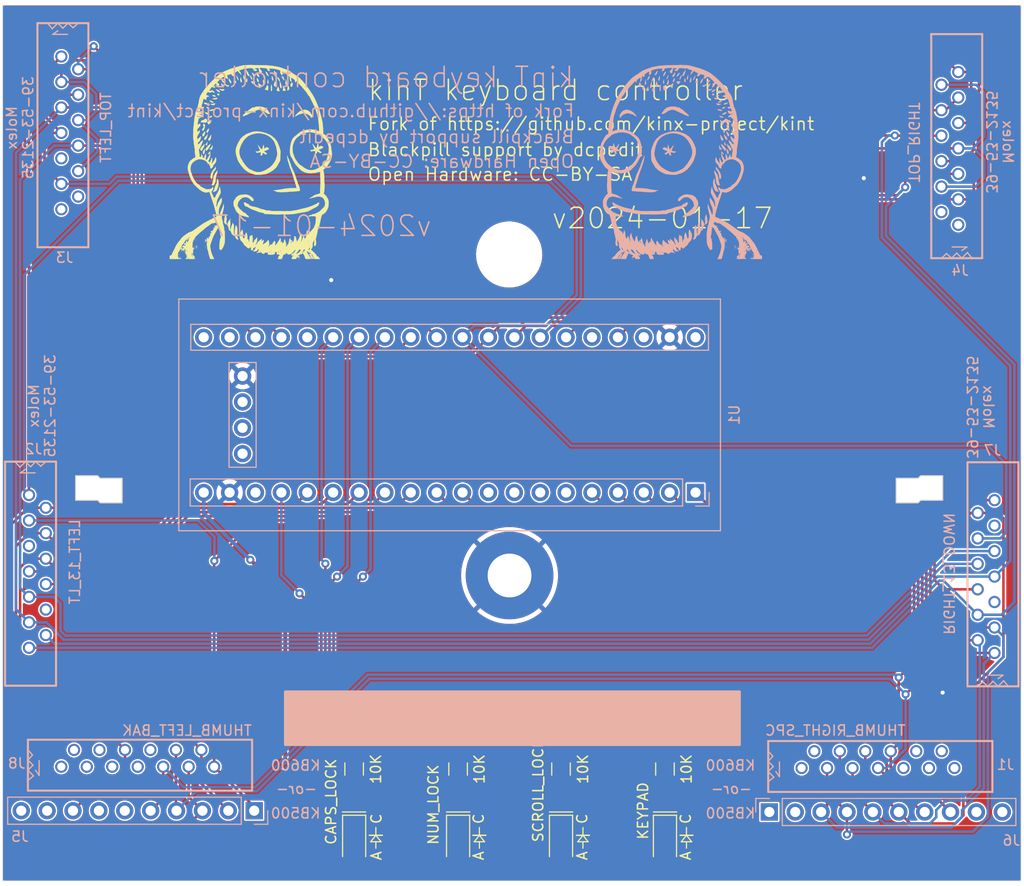
<source format=kicad_pcb>
(kicad_pcb (version 20221018) (generator pcbnew)
  (title_block (date "2021-06-26"))
  (layers (0 "F.Cu" signal) (31 "B.Cu" signal) (34 "B.Paste" user) (35 "F.Paste" user) (36 "B.SilkS" user "B.Silkscreen") (37 "F.SilkS" user "F.Silkscreen") (38 "B.Mask" user) (39 "F.Mask" user) (44 "Edge.Cuts" user))
  (net 0 "")
  (net 1 "/ROW_2")
  (net 2 "/ROW_3")
  (net 3 "/ROW_4")
  (net 4 "/ROW_5")
  (net 5 "/ROW_6")
  (net 6 "/ROW_8")
  (net 7 "/ROW_7")
  (net 8 "/ROW_9")
  (net 15 "/ROW_ESC")
  (net 16 "/ROW_F1")
  (net 17 "/ROW_F2")
  (net 21 "/ROW_1")
  (net 22 "/ROW_EQL")
  (net 24 "/3V3")
  (net 29 "/ROW_MIN")
  (net 30 "/ROW_0")
  (net 31 "GND")
  (net 32 "/COL_3")
  (net 34 "/COL_4")
  (net 35 "/COL_2")
  (net 36 "/COL_1")
  (net 38 "/COL_0")
  (net 42 "/COL_5")
  (net 47 "/COL_6")
  (net 56 "/LED_CAPS_LOCK")
  (net 57 "/LED_NUM_LOCK")
  (net 58 "/LED_SCROLL_LOCK")
  (net 59 "/LED_KEYPAD")
  (net 60 "Net-(LED1-K)")
  (net 61 "Net-(LED2-K)")
  (net 62 "Net-(LED3-K)")
  (net 63 "Net-(LED4-K)")
  (footprint "LED_SMD:LED_1206_3216Metric_Pad1.42x1.75mm_HandSolder" (layer "F.Cu") (at 133.2511 144.0036 -90)
    (fp_text reference "LED1" hide)
    (fp_text value "LEDSML1206" hide)
  )
  (footprint "LED_SMD:LED_1206_3216Metric_Pad1.42x1.75mm_HandSolder" (layer "F.Cu") (at 143.4511 144.0036 -90)
    (fp_text reference "LED2" hide)
    (fp_text value "LEDSML1206" hide)
  )
  (footprint "LED_SMD:LED_1206_3216Metric_Pad1.42x1.75mm_HandSolder" (layer "F.Cu") (at 153.5511 144.0036 -90)
    (fp_text reference "LED3" hide)
    (fp_text value "LEDSML1206" hide)
  )
  (footprint "LED_SMD:LED_1206_3216Metric_Pad1.42x1.75mm_HandSolder" (layer "F.Cu") (at 163.7511 144.0036 -90)
    (fp_text reference "LED4" hide)
    (fp_text value "LEDSML1206" hide)
  )
  (footprint "Resistor_SMD:R_1206_3216Metric_Pad1.42x1.75mm_HandSolder" (layer "F.Cu") (at 143.4511 137.0036 -90)
    (fp_text reference "R2")
    (fp_text value "10K")
  )
  (footprint "Resistor_SMD:R_1206_3216Metric_Pad1.42x1.75mm_HandSolder" (layer "F.Cu") (at 153.5511 137.0036 -90)
    (fp_text reference "R3")
    (fp_text value "10K")
  )
  (footprint "Resistor_SMD:R_1206_3216Metric_Pad1.42x1.75mm_HandSolder" (layer "F.Cu") (at 133.2511 137.0036 -90)
    (fp_text reference "R1")
    (fp_text value "10K")
  )
  (footprint "Resistor_SMD:R_1206_3216Metric_Pad1.42x1.75mm_HandSolder" (layer "F.Cu") (at 163.7511 137.0036 -90)
    (fp_text reference "R4")
    (fp_text value "10K")
  )
  (footprint "MountingHole:MountingHole_6mm" (layer "F.Cu") (at 148.463 86.487)
    (fp_text reference "H2" hide)
    (fp_text value "mounting pad")
  )
  (footprint "MountingHole:MountingHole_4.3mm_M4_Pad" (layer "F.Cu") (at 148.5011 118.0036)
    (fp_text reference "H1" hide)
    (fp_text value "mounting pad" hide)
  )
  (footprint "kinx:logo" (layer "F.Cu") (at 123.317 77.216)
    (fp_text reference "G***" hide)
    (fp_text value "LOGO" hide)
  )
  (footprint "kinx:39-53-2135" (layer "B.Cu") (at 101.346 117.602 -90)
    (fp_text reference "J2")
    (fp_text value "LEFT_13_LT")
  )
  (footprint "kinx:39-53-2135" (layer "B.Cu") (at 104.521 74.549 -90)
    (fp_text reference "J3")
    (fp_text value "TOP_LEFT")
  )
  (footprint "kinx:39-53-2135" (layer "B.Cu") (at 196.088 118.11 90)
    (fp_text reference "J7")
    (fp_text value "RIGHT_13_DOWN")
  )
  (footprint "kinx:39-53-2135" (layer "B.Cu") (at 192.532 76.073 90)
    (fp_text reference "J4")
    (fp_text value "TOP_RIGHT")
  )
  (footprint "kinx:39-53-2135" (layer "B.Cu") (at 112.014 136.779)
    (fp_text reference "J8")
    (fp_text value "THUMB_LEFT_BAK_KB600" hide)
  )
  (footprint "kinx:logo" (layer "B.Cu") (at 165.1 77.216 180)
    (fp_text reference "G***" hide)
    (fp_text value "LOGO" hide)
  )
  (footprint "kinx:39-53-2135" (layer "B.Cu") (at 184.658 136.906)
    (fp_text reference "J1")
    (fp_text value "THUMB_RIGHT_SPC_KB600" hide)
  )
  (footprint "Connector_PinHeader_2.54mm:PinHeader_1x10_P2.54mm_Vertical" (layer "B.Cu") (at 173.995 141.224 -90)
    (fp_text reference "J6")
    (fp_text value "THUMB_RIGHT_SPC")
  )
  (footprint "Connector_PinHeader_2.54mm:PinHeader_1x10_P2.54mm_Vertical" (layer "B.Cu") (at 123.444 141.097 90)
    (fp_text reference "J5")
    (fp_text value "THUMB_LEFT_BAK")
  )
  (footprint "Footprints:YAAJ_WeAct_BlackPill_SWD_2" (layer "B.Cu") (at 166.751 109.855 90)
    (fp_text reference "U1")
    (fp_text value "YAAJ_WeAct_BlackPill_Part_Like_SWD_Breakout" hide)
  )
  (gr_line (start 156.337 143.51) (end 155.702 143.51) (stroke (width 0.12)) (layer "F.SilkS"))
  (gr_line (start 155.194 144.145) (end 155.702 143.51) (stroke (width 0.12)) (layer "F.SilkS"))
  (gr_line (start 166.37 144.145) (end 165.354 144.145) (stroke (width 0.12)) (layer "F.SilkS"))
  (gr_line (start 165.227 143.51) (end 166.497 143.51) (stroke (width 0.12)) (layer "F.SilkS"))
  (gr_line (start 165.862 142.748) (end 165.862 143.51) (stroke (width 0.12)) (layer "F.SilkS"))
  (gr_line (start 165.862 144.145) (end 165.862 144.78) (stroke (width 0.12)) (layer "F.SilkS"))
  (gr_line (start 165.862 143.51) (end 166.37 144.145) (stroke (width 0.12)) (layer "F.SilkS"))
  (gr_line (start 165.354 144.145) (end 165.862 143.51) (stroke (width 0.12)) (layer "F.SilkS"))
  (gr_line (start 166.497 143.51) (end 165.862 143.51) (stroke (width 0.12)) (layer "F.SilkS"))
  (gr_line (start 165.862 143.51) (end 165.227 143.51) (stroke (width 0.12)) (layer "F.SilkS"))
  (gr_line (start 145.542 142.748) (end 145.542 143.51) (stroke (width 0.12)) (layer "F.SilkS"))
  (gr_line (start 145.542 144.145) (end 145.542 144.78) (stroke (width 0.12)) (layer "F.SilkS"))
  (gr_line (start 146.05 144.145) (end 145.034 144.145) (stroke (width 0.12)) (layer "F.SilkS"))
  (gr_line (start 145.034 144.145) (end 145.542 143.51) (stroke (width 0.12)) (layer "F.SilkS"))
  (gr_line (start 145.542 143.51) (end 146.05 144.145) (stroke (width 0.12)) (layer "F.SilkS"))
  (gr_line (start 144.907 143.51) (end 146.177 143.51) (stroke (width 0.12)) (layer "F.SilkS"))
  (gr_line (start 146.177 143.51) (end 145.542 143.51) (stroke (width 0.12)) (layer "F.SilkS"))
  (gr_line (start 145.542 143.51) (end 144.907 143.51) (stroke (width 0.12)) (layer "F.SilkS"))
  (gr_line (start 135.382 144.145) (end 135.382 144.78) (stroke (width 0.12)) (layer "F.SilkS"))
  (gr_line (start 134.874 144.145) (end 135.382 143.51) (stroke (width 0.12)) (layer "F.SilkS"))
  (gr_line (start 136.017 143.51) (end 135.382 143.51) (stroke (width 0.12)) (layer "F.SilkS"))
  (gr_line (start 134.747 143.51) (end 136.017 143.51) (stroke (width 0.12)) (layer "F.SilkS"))
  (gr_line (start 135.382 143.51) (end 135.89 144.145) (stroke (width 0.12)) (layer "F.SilkS"))
  (gr_line (start 135.382 142.748) (end 135.382 143.51) (stroke (width 0.12)) (layer "F.SilkS"))
  (gr_line (start 135.382 143.51) (end 134.747 143.51) (stroke (width 0.12)) (layer "F.SilkS"))
  (gr_line (start 135.89 144.145) (end 134.874 144.145) (stroke (width 0.12)) (layer "F.SilkS"))
  (gr_line (start 142.3161 141.224) (end 144.6021 141.224) (stroke (width 0.12)) (layer "F.SilkS"))
  (gr_line (start 132.1001 141.224) (end 134.3861 141.224) (stroke (width 0.12)) (layer "F.SilkS"))
  (gr_line (start 162.6161 141.224) (end 164.9021 141.224) (stroke (width 0.12)) (layer "F.SilkS"))
  (gr_line (start 155.702 142.748) (end 155.702 143.51) (stroke (width 0.12)) (layer "F.SilkS"))
  (gr_line (start 155.702 144.145) (end 155.702 144.78) (stroke (width 0.12)) (layer "F.SilkS"))
  (gr_line (start 155.702 143.51) (end 156.21 144.145) (stroke (width 0.12)) (layer "F.SilkS"))
  (gr_line (start 156.21 144.145) (end 155.194 144.145) (stroke (width 0.12)) (layer "F.SilkS"))
  (gr_line (start 155.067 143.51) (end 156.337 143.51) (stroke (width 0.12)) (layer "F.SilkS"))
  (gr_line (start 152.4161 141.224) (end 154.7021 141.224) (stroke (width 0.12)) (layer "F.SilkS"))
  (gr_line (start 155.702 143.51) (end 155.067 143.51) (stroke (width 0.12)) (layer "F.SilkS"))
  (gr_line (start 198.7 62.0036) (end 98.75 62.0036) (stroke (width 0.05)) (layer "Edge.Cuts"))
  (gr_line (start 105.918 108.204) (end 105.918 110.617) (stroke (width 0.1)) (layer "Edge.Cuts"))
  (gr_line (start 110.49 108.458) (end 108.331 108.458) (stroke (width 0.1)) (layer "Edge.Cuts"))
  (gr_line (start 110.49 110.871) (end 108.331 110.871) (stroke (width 0.1)) (layer "Edge.Cuts"))
  (gr_line (start 108.077 108.204) (end 105.918 108.204) (stroke (width 0.1)) (layer "Edge.Cuts"))
  (gr_line (start 105.918 110.617) (end 108.077 110.617) (stroke (width 0.1)) (layer "Edge.Cuts"))
  (gr_line (start 191.008 108.204) (end 191.008 110.617) (stroke (width 0.1)) (layer "Edge.Cuts"))
  (gr_line (start 186.436 110.871) (end 188.595 110.871) (stroke (width 0.1)) (layer "Edge.Cuts"))
  (gr_line (start 188.849 110.617) (end 188.595 110.871) (stroke (width 0.1)) (layer "Edge.Cuts"))
  (gr_line (start 188.849 108.204) (end 188.595 108.458) (stroke (width 0.1)) (layer "Edge.Cuts"))
  (gr_line (start 186.436 108.458) (end 186.436 110.871) (stroke (width 0.1)) (layer "Edge.Cuts"))
  (gr_line (start 188.849 108.204) (end 191.008 108.204) (stroke (width 0.1)) (layer "Edge.Cuts"))
  (gr_line (start 191.008 110.617) (end 188.849 110.617) (stroke (width 0.1)) (layer "Edge.Cuts"))
  (gr_line (start 186.436 108.458) (end 188.595 108.458) (stroke (width 0.1)) (layer "Edge.Cuts"))
  (gr_line (start 98.75 148.0036) (end 198.7 148.0036) (stroke (width 0.05)) (layer "Edge.Cuts"))
  (gr_line (start 198.7 148.0036) (end 198.7 62.0036) (stroke (width 0.05)) (layer "Edge.Cuts"))
  (gr_line (start 98.75 62.0036) (end 98.75 148.0036) (stroke (width 0.05)) (layer "Edge.Cuts"))
  (gr_line (start 108.077 110.617) (end 108.331 110.871) (stroke (width 0.1)) (layer "Edge.Cuts"))
  (gr_line (start 110.49 108.458) (end 110.49 110.871) (stroke (width 0.1)) (layer "Edge.Cuts"))
  (gr_line (start 108.077 108.204) (end 108.331 108.458) (stroke (width 0.1)) (layer "Edge.Cuts"))
  (gr_text "Blackpill support by dcpedit" (at 154.94 74.93) (layer "B.SilkS") (effects (font (size 1.25 1.25)) (justify left mirror)))
  (gr_text "v2024-01-17" (at 140.97 83.693) (layer "B.SilkS") (effects (font (size 2 2)) (justify left mirror)))
  (gr_text "kinT keyboard controller" (at 154.94 69.088) (layer "B.SilkS") (effects (font (size 2 2)) (justify left mirror)))
  (gr_text "Molex\n39-53-2135" (at 196.596 75.438 270) (layer "B.SilkS") (effects (font (size 1 1)) (justify mirror)))
  (gr_text "Molex\n39-53-2135" (at 194.691 101.473 270) (layer "B.SilkS") (effects (font (size 1 1)) (justify mirror)))
  (gr_text "Molex\n39-53-2135" (at 102.616 101.346 90) (layer "B.SilkS") (effects (font (size 1 1)) (justify mirror)))
  (gr_text "KB500" (at 170.18 141.351) (layer "B.SilkS") (effects (font (size 1 1)) (justify mirror)))
  (gr_text "-or-" (at 170.307 138.938) (layer "B.SilkS") (effects (font (size 1 1) (thickness 0.15) italic) (justify mirror)))
  (gr_text "KB600" (at 170.18 136.652) (layer "B.SilkS") (effects (font (size 1 1)) (justify mirror)))
  (gr_text "KB600" (at 127.508 136.652) (layer "B.SilkS") (effects (font (size 1 1)) (justify mirror)))
  (gr_text "KB500" (at 127.508 141.351) (layer "B.SilkS") (effects (font (size 1 1)) (justify mirror)))
  (gr_text "-or-" (at 127.635 138.938) (layer "B.SilkS") (effects (font (size 1 1) (thickness 0.15) italic) (justify mirror)))
  (gr_text "Open Hardware: CC-BY-SA" (at 154.94 77.343) (layer "B.SilkS") (effects (font (size 1.25 1.25)) (justify left mirror)))
  (gr_text "Fork of https://github.com/kinx-project/kint" (at 154.94 72.39) (layer "B.SilkS") (effects (font (size 1.25 1.25)) (justify left mirror)))
  (gr_text "Molex\n39-53-2135" (at 100.457 74.041 90) (layer "B.SilkS") (effects (font (size 1 1)) (justify mirror)))
  (gr_text "Blackpill support by dcpedit" (at 134.493 76.2) (layer "F.SilkS") (effects (font (size 1.25 1.25)) (justify left)))
  (gr_text "Fork of https://github.com/kinx-project/kint" (at 134.493 73.66) (layer "F.SilkS") (effects (font (size 1.25 1.25)) (justify left)))
  (gr_text "kinT keyboard controller" (at 134.493 70.358) (layer "F.SilkS") (effects (font (size 2 2)) (justify left)))
  (gr_text "Open Hardware: CC-BY-SA" (at 134.493 78.613) (layer "F.SilkS") (effects (font (size 1.25 1.25)) (justify left)))
  (gr_text "v2024-01-17" (at 152.527 82.931) (layer "F.SilkS") (effects (font (size 2 2)) (justify left)))
  (gr_text "C" (at 136.017 142.494 90) (layer "F.SilkS") (effects (font (size 1 1)) (justify left bottom)))
  (gr_text "A" (at 136.017 146.05 90) (layer "F.SilkS") (effects (font (size 1 1)) (justify left bottom)))
  (gr_text "C" (at 146.05 142.494 90) (layer "F.SilkS") (effects (font (size 1 1)) (justify left bottom)))
  (gr_text "A" (at 146.05 146.05 90) (layer "F.SilkS") (effects (font (size 1 1)) (justify left bottom)))
  (gr_text "A" (at 156.21 146.05 90) (layer "F.SilkS") (effects (font (size 1 1)) (justify left bottom)))
  (gr_text "C" (at 156.21 142.494 90) (layer "F.SilkS") (effects (font (size 1 1)) (justify left bottom)))
  (gr_text "A" (at 166.37 146.05 90) (layer "F.SilkS") (effects (font (size 1 1)) (justify left bottom)))
  (gr_text "C" (at 166.37 142.494 90) (layer "F.SilkS") (effects (font (size 1 1)) (justify left bottom)))
  (gr_text "CAPS_LOCK" (at 131.572 144.526 90) (layer "F.SilkS") (effects (font (size 1 1)) (justify left bottom)))
  (gr_text "NUM_LOCK" (at 141.605 144.526 90) (layer "F.SilkS") (effects (font (size 1 1)) (justify left bottom)))
  (gr_text "SCROLL_LOCK" (at 151.892 144.272 90) (layer "F.SilkS") (effects (font (size 1 1)) (justify left bottom)))
  (gr_text "KEYPAD" (at 162.179 144.018 90) (layer "F.SilkS") (effects (font (size 1 1)) (justify left bottom)))
  (segment (start 130.064089 110.981911) (end 128.092489 110.981911) (width 0.25) (layer "F.Cu") (net 1))
  (segment (start 116.58537 111.38383) (end 109.92104 118.04816) (width 0.25) (layer "F.Cu") (net 1))
  (segment (start 100.9825 127.0175) (end 100.469089 126.504089) (width 0.25) (layer "F.Cu") (net 1))
  (segment (start 109.92104 118.04816) (end 109.28516 118.04816) (width 0.25) (layer "F.Cu") (net 1))
  (segment (start 100.469089 126.504089) (end 100.469089 117.23877) (width 0.25) (layer "F.Cu") (net 1))
  (segment (start 105.791 131.826) (end 100.9825 127.0175) (width 0.25) (layer "F.Cu") (net 1))
  (segment (start 131.191 109.855) (end 130.064089 110.981911) (width 0.25) (layer "F.Cu") (net 1))
  (segment (start 118.264 138.457) (end 120.904 141.097) (width 0.25) (layer "F.Cu") (net 1))
  (segment (start 127.69057 111.38383) (end 116.58537 111.38383) (width 0.25) (layer "F.Cu") (net 1))
  (segment (start 128.092489 110.981911) (end 127.69057 111.38383) (width 0.25) (layer "F.Cu") (net 1))
  (segment (start 114.961 131.826) (end 118.264 135.129) (width 0.25) (layer "F.Cu") (net 1))
  (segment (start 101.355859 116.352) (end 101.648 116.352) (width 0.25) (layer "F.Cu") (net 1))
  (segment (start 114.961 131.826) (end 105.791 131.826) (width 0.25) (layer "F.Cu") (net 1))
  (segment (start 100.469089 117.23877) (end 101.355859 116.352) (width 0.25) (layer "F.Cu") (net 1))
  (segment (start 118.264 135.129) (end 118.264 138.457) (width 0.25) (layer "F.Cu") (net 1))
  (segment (start 104.69216 118.04816) (end 109.28516 118.04816) (width 0.25) (layer "F.Cu") (net 1))
  (segment (start 102.996 116.352) (end 104.69216 118.04816) (width 0.25) (layer "F.Cu") (net 1))
  (segment (start 102.996 116.352) (end 101.648 116.352) (width 0.25) (layer "F.Cu") (net 1))
  (segment (start 105.664 141.097) (end 108.077 138.684) (width 0.25) (layer "F.Cu") (net 2))
  (segment (start 108.077 138.684) (end 108.585 138.684) (width 0.25) (layer "F.Cu") (net 2))
  (segment (start 101.355859 113.852) (end 100.067169 115.14069) (width 0.25) (layer "F.Cu") (net 2))
  (segment (start 109.75456 117.64624) (end 108.92176 117.64624) (width 0.25) (layer "F.Cu") (net 2))
  (segment (start 127.524089 110.981911) (end 116.418889 110.981911) (width 0.25) (layer "F.Cu") (net 2))
  (segment (start 116.418889 110.981911) (end 109.75456 117.64624) (width 0.25) (layer "F.Cu") (net 2))
  (segment (start 105.62452 132.22792) (end 107.86292 132.22792) (width 0.25) (layer "F.Cu") (net 2))
  (segment (start 128.651 109.855) (end 127.524089 110.981911) (width 0.25) (layer "F.Cu") (net 2))
  (segment (start 107.86292 132.22792) (end 110.764 135.129) (width 0.25) (layer "F.Cu") (net 2))
  (segment (start 106.79024 117.64624) (end 108.92176 117.64624) (width 0.25) (layer "F.Cu") (net 2))
  (segment (start 101.54 113.852) (end 102.996 113.852) (width 0.25) (layer "F.Cu") (net 2))
  (segment (start 100.067169 126.670569) (end 105.62452 132.22792) (width 0.25) (layer "F.Cu") (net 2))
  (segment (start 100.067169 115.14069) (end 100.067169 126.670569) (width 0.25) (layer "F.Cu") (net 2))
  (segment (start 109.982 138.684) (end 108.585 138.684) (width 0.25) (layer "F.Cu") (net 2))
  (segment (start 102.996 113.852) (end 106.79024 117.64624) (width 0.25) (layer "F.Cu") (net 2))
  (segment (start 110.764 137.902) (end 109.982 138.684) (width 0.25) (layer "F.Cu") (net 2))
  (segment (start 110.764 135.129) (end 110.764 137.902) (width 0.25) (layer "F.Cu") (net 2))
  (segment (start 101.54 113.852) (end 101.355859 113.852) (width 0.25) (layer "F.Cu") (net 2))
  (segment (start 132.93705 111.78575) (end 133.338969 111.383831) (width 0.25) (layer "F.Cu") (net 3))
  (segment (start 123.444 140.709) (end 123.444 141.097) (width 0.25) (layer "F.Cu") (net 3))
  (segment (start 119.514 136.779) (end 123.444 140.709) (width 0.25) (layer "F.Cu") (net 3))
  (segment (start 128.190012 112.589588) (end 128.591929 112.187671) (width 0.25) (layer "F.Cu") (net 3))
  (segment (start 135.310569 111.383831) (end 135.712489 110.981911) (width 0.25) (layer "F.Cu") (net 3))
  (segment (start 135.712489 110.981911) (end 137.684089 110.981911) (width 0.25) (layer "F.Cu") (net 3))
  (segment (start 128.591929 112.187671) (end 130.56353 112.18767) (width 0.25) (layer "F.Cu") (net 3))
  (segment (start 119.514 136.779) (end 119.514 116.594) (width 0.25) (layer "F.Cu") (net 3))
  (segment (start 119.514 116.594) (end 119.533 116.575) (width 0.25) (layer "F.Cu") (net 3))
  (segment (start 137.684089 110.981911) (end 138.811 109.855) (width 0.25) (layer "F.Cu") (net 3))
  (segment (start 119.533 116.573) (end 123.516411 112.589589) (width 0.25) (layer "F.Cu") (net 3))
  (segment (start 130.56353 112.18767) (end 130.965449 111.785751) (width 0.25) (layer "F.Cu") (net 3))
  (segment (start 130.965449 111.785751) (end 132.93705 111.78575) (width 0.25) (layer "F.Cu") (net 3))
  (segment (start 123.516411 112.589589) (end 128.190012 112.589588) (width 0.25) (layer "F.Cu") (net 3))
  (segment (start 133.338969 111.383831) (end 135.310569 111.383831) (width 0.25) (layer "F.Cu") (net 3))
  (segment (start 119.533 116.573) (end 119.533 116.575) (width 0.25) (layer "F.Cu") (net 3))
  (via (at 119.533 116.575) (size 0.8) (drill 0.4) (layers "F.Cu" "B.Cu") (net 3))
  (segment (start 117.94 112.602) (end 118.874 113.536) (width 0.25) (layer "B.Cu") (net 3))
  (segment (start 119.533 114.195) (end 118.874 113.536) (width 0.25) (layer "B.Cu") (net 3))
  (segment (start 119.533 116.575) (end 119.533 114.195) (width 0.25) (layer "B.Cu") (net 3))
  (segment (start 101.346 112.602) (end 117.94 112.602) (width 0.25) (layer "B.Cu") (net 3))
  (segment (start 101.246 111.352) (end 99.665249 112.932751) (width 0.25) (layer "F.Cu") (net 4))
  (segment (start 102.996 111.352) (end 104.167 111.352) (width 0.25) (layer "F.Cu") (net 4))
  (segment (start 99.66525 126.83705) (end 101.710911 128.882711) (width 0.25) (layer "F.Cu") (net 4))
  (segment (start 99.665249 112.932751) (end 99.66525 126.83705) (width 0.25) (layer "F.Cu") (net 4))
  (segment (start 101.710911 142.223911) (end 102.87 143.383) (width 0.25) (layer "F.Cu") (net 4))
  (segment (start 104.648 110.871) (end 104.648 104.14) (width 0.25) (layer "F.Cu") (net 4))
  (segment (start 102.87 143.383) (end 116.078 143.383) (width 0.25) (layer "F.Cu") (net 4))
  (segment (start 136.917 96.509) (end 113.295 96.509) (width 0.25) (layer "F.Cu") (net 4))
  (segment (start 112.279 96.509) (end 113.295 96.509) (width 0.25) (layer "F.Cu") (net 4))
  (segment (start 104.648 104.14) (end 112.279 96.509) (width 0.25) (layer "F.Cu") (net 4))
  (segment (start 104.167 111.352) (end 104.648 110.871) (width 0.25) (layer "F.Cu") (net 4))
  (segment (start 138.811 94.615) (end 136.917 96.509) (width 0.25) (layer "F.Cu") (net 4))
  (segment (start 117.014 136.779) (end 117.014 139.747) (width 0.25) (layer "F.Cu") (net 4))
  (segment (start 101.710911 128.882711) (end 101.710911 142.223911) (width 0.25) (layer "F.Cu") (net 4))
  (segment (start 116.078 143.383) (end 118.364 141.097) (width 0.25) (layer "F.Cu") (net 4))
  (segment (start 117.014 139.747) (end 118.364 141.097) (width 0.25) (layer "F.Cu") (net 4))
  (segment (start 102.996 111.352) (end 101.246 111.352) (width 0.25) (layer "F.Cu") (net 4))
  (segment (start 164.67199 112.58959) (end 164.270071 112.187671) (width 0.25) (layer "F.Cu") (net 5))
  (segment (start 179.658 136.906) (end 179.658 140.641) (width 0.25) (layer "F.Cu") (net 5))
  (segment (start 159.92495 111.78575) (end 159.523031 111.383831) (width 0.25) (layer "F.Cu") (net 5))
  (segment (start 162.29847 112.18767) (end 161.896551 111.785751) (width 0.25) (layer "F.Cu") (net 5))
  (segment (start 157.551431 111.383831) (end 157.149511 110.981911) (width 0.25) (layer "F.Cu") (net 5))
  (segment (start 159.523031 111.383831) (end 157.551431 111.383831) (width 0.25) (layer "F.Cu") (net 5))
  (segment (start 157.149511 110.981911) (end 145.017911 110.981911) (width 0.25) (layer "F.Cu") (net 5))
  (segment (start 161.896551 111.785751) (end 159.92495 111.78575) (width 0.25) (layer "F.Cu") (net 5))
  (segment (start 182.698681 113.610681) (end 167.664675 113.610675) (width 0.25) (layer "F.Cu") (net 5))
  (segment (start 164.270071 112.187671) (end 162.29847 112.18767) (width 0.25) (layer "F.Cu") (net 5))
  (segment (start 191.904 125.61) (end 188.99692 122.70292) (width 0.25) (layer "F.Cu") (net 5))
  (segment (start 179.658 140.641) (end 179.075 141.224) (width 0.25) (layer "F.Cu") (net 5))
  (segment (start 145.017911 110.981911) (end 143.891 109.855) (width 0.25) (layer "F.Cu") (net 5))
  (segment (start 166.643591 112.589591) (end 164.67199 112.58959) (width 0.25) (layer "F.Cu") (net 5))
  (segment (start 167.664675 113.610675) (end 166.643591 112.589591) (width 0.25) (layer "F.Cu") (net 5))
  (segment (start 185.553081 113.610681) (end 182.698681 113.610681) (width 0.25) (layer "F.Cu") (net 5))
  (segment (start 188.99692 122.70292) (end 188.99692 117.05452) (width 0.25) (layer "F.Cu") (net 5))
  (segment (start 188.99692 117.05452) (end 185.553081 113.610681) (width 0.25) (layer "F.Cu") (net 5))
  (segment (start 196.088 125.61) (end 191.904 125.61) (width 0.25) (layer "F.Cu") (net 5))
  (segment (start 180.60383 142.75283) (end 179.075 141.224) (width 0.25) (layer "B.Cu") (net 5))
  (segment (start 192.901911 141.043395) (end 192.901911 141.690783) (width 0.25) (layer "B.Cu") (net 5))
  (segment (start 196.088 125.61) (end 195.039991 126.658009) (width 0.25) (layer "B.Cu") (net 5))
  (segment (start 192.901911 141.690783) (end 191.839864 142.75283) (width 0.25) (layer "B.Cu") (net 5))
  (segment (start 191.839864 142.75283) (end 180.60383 142.75283) (width 0.25) (layer "B.Cu") (net 5))
  (segment (start 195.039991 126.658009) (end 195.039991 138.905315) (width 0.25) (layer "B.Cu") (net 5))
  (segment (start 195.039991 138.905315) (end 192.901911 141.043395) (width 0.25) (layer "B.Cu") (net 5))
  (segment (start 167.831156 113.208756) (end 166.810071 112.187671) (width 0.25) (layer "F.Cu") (net 6))
  (segment (start 164.83847 112.18767) (end 164.436551 111.785751) (width 0.25) (layer "F.Cu") (net 6))
  (segment (start 160.091431 111.383831) (end 159.689511 110.981911) (width 0.25) (layer "F.Cu") (net 6))
  (segment (start 185.719559 113.208759) (end 183.463241 113.208759) (width 0.25) (layer "F.Cu") (net 6))
  (segment (start 189.39884 116.88804) (end 185.719559 113.208759) (width 0.25) (layer "F.Cu") (net 6))
  (segment (start 191.2224 124.36) (end 189.39884 122.53644) (width 0.25) (layer "F.Cu") (net 6))
  (segment (start 183.463241 113.208759) (end 167.831156 113.208756) (width 0.25) (layer "F.Cu") (net 6))
  (segment (start 182.158 136.906) (end 182.158 139.227) (width 0.25) (layer "F.Cu") (net 6))
  (segment (start 162.063031 111.383831) (end 160.091431 111.383831) (width 0.25) (layer "F.Cu") (net 6))
  (segment (start 162.464951 111.785751) (end 162.063031 111.383831) (width 0.25) (layer "F.Cu") (net 6))
  (segment (start 157.717911 110.981911) (end 156.591 109.855) (width 0.25) (layer "F.Cu") (net 6))
  (segment (start 189.39884 122.53644) (end 189.39884 116.88804) (width 0.25) (layer "F.Cu") (net 6))
  (segment (start 194.438 124.36) (end 191.2224 124.36) (width 0.25) (layer "F.Cu") (net 6))
  (segment (start 159.689511 110.981911) (end 157.717911 110.981911) (width 0.25) (layer "F.Cu") (net 6))
  (segment (start 166.810071 112.187671) (end 164.83847 112.18767) (width 0.25) (layer "F.Cu") (net 6))
  (segment (start 182.158 139.227) (end 184.155 141.224) (width 0.25) (layer "F.Cu") (net 6))
  (segment (start 164.436551 111.785751) (end 162.464951 111.785751) (width 0.25) (layer "F.Cu") (net 6))
  (segment (start 185.281911 142.350911) (end 189.754089 142.350911) (width 0.25) (layer "B.Cu") (net 6))
  (segment (start 189.754089 142.350911) (end 190.373 141.732) (width 0.25) (layer "B.Cu") (net 6))
  (segment (start 190.373 141.032306) (end 191.308217 140.097089) (width 0.25) (layer "B.Cu") (net 6))
  (segment (start 194.638071 124.560071) (end 194.438 124.36) (width 0.25) (layer "B.Cu") (net 6))
  (segment (start 193.279817 140.097089) (end 194.638071 138.738835) (width 0.25) (layer "B.Cu") (net 6))
  (segment (start 184.155 141.224) (end 185.281911 142.350911) (width 0.25) (layer "B.Cu") (net 6))
  (segment (start 191.308217 140.097089) (end 193.279817 140.097089) (width 0.25) (layer "B.Cu") (net 6))
  (segment (start 190.373 141.732) (end 190.373 141.032306) (width 0.25) (layer "B.Cu") (net 6))
  (segment (start 194.638071 138.738835) (end 194.638071 124.560071) (width 0.25) (layer "B.Cu") (net 6))
  (segment (start 189.80076 122.36996) (end 189.800759 116.721559) (width 0.25) (layer "F.Cu") (net 7))
  (segment (start 160.257911 110.981911) (end 159.131 109.855) (width 0.25) (layer "F.Cu") (net 7))
  (segment (start 196.088 123.11) (end 190.5408 123.11) (width 0.25) (layer "F.Cu") (net 7))
  (segment (start 180.908 140.517) (end 181.615 141.224) (width 0.25) (layer "F.Cu") (net 7))
  (segment (start 189.800759 116.721559) (end 185.88604 112.80684) (width 0.25) (layer "F.Cu") (net 7))
  (segment (start 181.61 143.42973) (end 181.61 141.229) (width 0.25) (layer "F.Cu") (net 7))
  (segment (start 190.5408 123.11) (end 189.80076 122.36996) (width 0.25) (layer "F.Cu") (net 7))
  (segment (start 166.976551 111.785751) (end 165.004951 111.785751) (width 0.25) (layer "F.Cu") (net 7))
  (segment (start 162.229511 110.981911) (end 160.257911 110.981911) (width 0.25) (layer "F.Cu") (net 7))
  (segment (start 183.86516 112.80684) (end 167.997637 112.806837) (width 0.25) (layer "F.Cu") (net 7))
  (segment (start 185.88604 112.80684) (end 183.86516 112.80684) (width 0.25) (layer "F.Cu") (net 7))
  (segment (start 180.908 135.256) (end 180.908 140.517) (width 0.25) (layer "F.Cu") (net 7))
  (segment (start 164.603031 111.383831) (end 162.631431 111.383831) (width 0.25) (layer "F.Cu") (net 7))
  (segment (start 162.631431 111.383831) (end 162.229511 110.981911) (width 0.25) (layer "F.Cu") (net 7))
  (segment (start 181.61 141.229) (end 181.615 141.224) (width 0.25) (layer "F.Cu") (net 7))
  (segment (start 165.004951 111.785751) (end 164.603031 111.383831) (width 0.25) (layer "F.Cu") (net 7))
  (segment (start 167.997637 112.806837) (end 166.976551 111.785751) (width 0.25) (layer "F.Cu") (net 7))
  (via (at 181.61 143.42973) (size 0.8) (drill 0.4) (layers "F.Cu" "B.Cu") (net 7))
  (segment (start 195.441911 127.519089) (end 196.964911 125.996089) (width 0.25) (layer "B.Cu") (net 7))
  (segment (start 193.977945 143.154749) (end 195.441911 141.690783) (width 0.25) (layer "B.Cu") (net 7))
  (segment (start 195.441911 141.690783) (end 195.441911 127.519089) (width 0.25) (layer "B.Cu") (net 7))
  (segment (start 196.964911 123.986911) (end 196.088 123.11) (width 0.25) (layer "B.Cu") (net 7))
  (segment (start 181.61 143.42973) (end 181.884981 143.154749) (width 0.25) (layer "B.Cu") (net 7))
  (segment (start 196.964911 125.996089) (end 196.964911 123.986911) (width 0.25) (layer "B.Cu") (net 7))
  (segment (start 181.884981 143.154749) (end 193.977945 143.154749) (width 0.25) (layer "B.Cu") (net 7))
  (segment (start 196.6595 112.0775) (end 196.442 111.86) (width 0.25) (layer "F.Cu") (net 8))
  (segment (start 196.6595 112.0775) (end 196.964911 112.382911) (width 0.25) (layer "F.Cu") (net 8))
  (segment (start 167.309511 110.981911) (end 165.337911 110.981911) (width 0.25) (layer "F.Cu") (net 8))
  (segment (start 196.964911 125.996089) (end 193.034911 129.926089) (width 0.25) (layer "F.Cu") (net 8))
  (segment (start 168.330599 112.002999) (end 167.309511 110.981911) (width 0.25) (layer "F.Cu") (net 8))
  (segment (start 183.408 135.256) (end 183.408 137.937) (width 0.25) (layer "F.Cu") (net 8))
  (segment (start 193.034911 129.926089) (end 193.034911 141.557783) (width 0.25) (layer "F.Cu") (net 8))
  (segment (start 189.278 115.062) (end 186.219 112.003) (width 0.25) (layer "F.Cu") (net 8))
  (segment (start 165.337911 110.981911) (end 164.211 109.855) (width 0.25) (layer "F.Cu") (net 8))
  (segment (start 194.438 111.86) (end 193.766259 111.86) (width 0.25) (layer "F.Cu") (net 8))
  (segment (start 196.442 111.86) (end 195.861 111.86) (width 0.25) (layer "F.Cu") (net 8))
  (segment (start 183.408 137.937) (end 186.695 141.224) (width 0.25) (layer "F.Cu") (net 8))
  (segment (start 186.219 112.003) (end 168.330599 112.002999) (width 0.25) (layer "F.Cu") (net 8))
  (segment (start 190.564259 115.062) (end 189.278 115.062) (width 0.25) (layer "F.Cu") (net 8))
  (segment (start 186.695 141.224) (end 187.821911 142.350911) (width 0.25) (layer "F.Cu") (net 8))
  (segment (start 196.964911 112.382911) (end 196.964911 125.996089) (width 0.25) (layer "F.Cu") (net 8))
  (segment (start 187.821911 142.350911) (end 192.241783 142.350911) (width 0.25) (layer "F.Cu") (net 8))
  (segment (start 192.241783 142.350911) (end 192.632847 141.959847) (width 0.25) (layer "F.Cu") (net 8))
  (segment (start 193.034911 141.557783) (end 192.632847 141.959847) (width 0.25) (layer "F.Cu") (net 8))
  (segment (start 193.766259 111.86) (end 190.564259 115.062) (width 0.25) (layer "F.Cu") (net 8))
  (segment (start 195.861 111.86) (end 194.438 111.86) (width 0.25) (layer "F.Cu") (net 8))
  (segment (start 107.696 66.04) (end 108.675679 67.019679) (width 0.25) (layer "F.Cu") (net 15))
  (segment (start 125.150569 93.086169) (end 125.5494 93.485) (width 0.25) (layer "F.Cu") (net 15))
  (segment (start 112.41592 72.85852) (end 112.41592 88.53992) (width 0.25) (layer "F.Cu") (net 15))
  (segment (start 120.85596 90.76316) (end 121.7264 91.6336) (width 0.25) (layer "F.Cu") (net 15))
  (segment (start 112.41592 88.53992) (end 114.63916 90.76316) (width 0.25) (layer "F.Cu") (net 15))
  (segment (start 140.221 93.485) (end 141.351 94.615) (width 0.25) (layer "F.Cu") (net 15))
  (segment (start 125.5494 93.485) (end 140.221 93.485) (width 0.25) (layer "F.Cu") (net 15))
  (segment (start 193.003679 67.019679) (end 194.564 68.58) (width 0.25) (layer "F.Cu") (net 15))
  (segment (start 106.171 68.299) (end 107.8564 68.299) (width 0.25) (layer "F.Cu") (net 15))
  (segment (start 123.178969 93.086169) (end 125.150569 93.086169) (width 0.25) (layer "F.Cu") (net 15))
  (segment (start 194.564 73.279) (end 194.27 73.573) (width 0.25) (layer "F.Cu") (net 15))
  (segment (start 108.675679 67.019679) (end 193.003679 67.019679) (width 0.25) (layer "F.Cu") (net 15))
  (segment (start 194.27 73.573) (end 192.532 73.573) (width 0.25) (layer "F.Cu") (net 15))
  (segment (start 121.7264 91.6336) (end 123.178969 93.086169) (width 0.25) (layer "F.Cu") (net 15))
  (segment (start 107.8564 68.299) (end 112.41592 72.85852) (width 0.25) (layer "F.Cu") (net 15))
  (segment (start 194.564 68.58) (end 194.564 73.279) (width 0.25) (layer "F.Cu") (net 15))
  (segment (start 114.63916 90.76316) (end 120.85596 90.76316) (width 0.25) (layer "F.Cu") (net 15))
  (via (at 107.696 66.04) (size 0.8) (drill 0.4) (layers "F.Cu" "B.Cu") (net 15))
  (segment (start 107.696 66.04) (end 106.172 67.564) (width 0.25) (layer "B.Cu") (net 15))
  (segment (start 106.172 68.298) (end 106.171 68.299) (width 0.25) (layer "B.Cu") (net 15))
  (segment (start 106.172 67.564) (end 106.172 68.298) (width 0.25) (layer "B.Cu") (net 15))
  (segment (start 191.262 73.279) (end 192.405 72.136) (width 0.25) (layer "F.Cu") (net 16))
  (segment (start 192.532 68.573) (end 191.380599 67.421599) (width 0.25) (layer "F.Cu") (net 16))
  (segment (start 104.521 68.650446) (end 104.521 69.549) (width 0.25) (layer "F.Cu") (net 16))
  (segment (start 192.405 72.136) (end 193.294 72.136) (width 0.25) (layer "F.Cu") (net 16))
  (segment (start 193.802 68.961) (end 193.414 68.573) (width 0.25) (layer "F.Cu") (net 16))
  (segment (start 194.056 75.311) (end 193.548 74.803) (width 0.25) (layer "F.Cu") (net 16))
  (segment (start 162.063 91.683) (end 172.786921 91.682999) (width 0.25) (layer "F.Cu") (net 16))
  (segment (start 194.056 80.645) (end 194.056 78.486) (width 0.25) (layer "F.Cu") (net 16))
  (segment (start 193.294 72.136) (end 193.802 71.628) (width 0.25) (layer "F.Cu") (net 16))
  (segment (start 192.893 77.323) (end 190.882 77.323) (width 0.25) (layer "F.Cu") (net 16))
  (segment (start 194.056 78.486) (end 192.893 77.323) (width 0.25) (layer "F.Cu") (net 16))
  (segment (start 194.056 76.2) (end 194.056 75.311) (width 0.25) (layer "F.Cu") (net 16))
  (segment (start 192.893 77.323) (end 192.933 77.323) (width 0.25) (layer "F.Cu") (net 16))
  (segment (start 193.802 71.628) (end 193.802 68.961) (width 0.25) (layer "F.Cu") (net 16))
  (segment (start 191.262 73.787) (end 191.262 73.279) (width 0.25) (layer "F.Cu") (net 16))
  (segment (start 191.380599 67.421599) (end 105.749847 67.421599) (width 0.25) (layer "F.Cu") (net 16))
  (segment (start 180.166 81.073) (end 192.532 81.073) (width 0.25) (layer "F.Cu") (net 16))
  (segment (start 178.816 82.423) (end 180.166 81.073) (width 0.25) (layer "F.Cu") (net 16))
  (segment (start 178.816 85.65392) (end 176.49446 87.97546) (width 0.25) (layer "F.Cu") (net 16))
  (segment (start 192.933 77.323) (end 194.056 76.2) (width 0.25) (layer "F.Cu") (net 16))
  (segment (start 192.278 74.803) (end 191.262 73.787) (width 0.25) (layer "F.Cu") (net 16))
  (segment (start 193.628 81.073) (end 194.056 80.645) (width 0.25) (layer "F.Cu") (net 16))
  (segment (start 178.816 82.423) (end 178.816 85.65392) (width 0.25) (layer "F.Cu") (net 16))
  (segment (start 192.532 81.073) (end 193.628 81.073) (width 0.25) (layer "F.Cu") (net 16))
  (segment (start 159.131 94.615) (end 162.063 91.683) (width 0.25) (layer "F.Cu") (net 16))
  (segment (start 105.749847 67.421599) (end 104.521 68.650446) (width 0.25) (layer "F.Cu") (net 16))
  (segment (start 193.414 68.573) (end 192.532 68.573) (width 0.25) (layer "F.Cu") (net 16))
  (segment (start 193.548 74.803) (end 192.278 74.803) (width 0.25) (layer "F.Cu") (net 16))
  (segment (start 172.786921 91.682999) (end 176.49446 87.97546) (width 0.25) (layer "F.Cu") (net 16))
  (segment (start 107.95 72.39) (end 107.041 73.299) (width 0.25) (layer "B.Cu") (net 16))
  (segment (start 108.077 76.393) (end 106.171 78.299) (width 0.25) (layer "B.Cu") (net 16))
  (segment (start 106.76 69.549) (end 107.95 70.739) (width 0.25) (layer "B.Cu") (net 16))
  (segment (start 107.041 73.299) (end 106.171 73.299) (width 0.25) (layer "B.Cu") (net 16))
  (segment (start 104.521 69.549) (end 106.76 69.549) (width 0.25) (layer "B.Cu") (net 16))
  (segment (start 106.171 73.299) (end 108.077 75.205) (width 0.25) (layer "B.Cu") (net 16))
  (segment (start 107.95 70.739) (end 107.95 72.39) (width 0.25) (layer "B.Cu") (net 16))
  (segment (start 108.077 75.205) (end 108.077 76.393) (width 0.25) (layer "B.Cu") (net 16))
  (segment (start 155.011431 93.086169) (end 154.609511 93.488089) (width 0.25) (layer "F.Cu") (net 17))
  (segment (start 103.632 74.549) (end 102.87 75.311) (width 0.25) (layer "F.Cu") (net 17))
  (segment (start 192.532 76.073) (end 184.0292 76.073) (width 0.25) (layer "F.Cu") (net 17))
  (segment (start 172.453962 90.879158) (end 170.22684 90.87916) (width 0.25) (layer "F.Cu") (net 17))
  (segment (start 102.87 75.311) (end 102.87 77.898) (width 0.25) (layer "F.Cu") (net 17))
  (segment (start 103.826 70.799) (end 102.743 71.882) (width 0.25) (layer "F.Cu") (net 17))
  (segment (start 102.87 77.898) (end 104.521 79.549) (width 0.25) (layer "F.Cu") (net 17))
  (segment (start 102.743 72.771) (end 104.521 74.549) (width 0.25) (layer "F.Cu") (net 17))
  (segment (start 178.01216 82.09004) (end 178.01216 85.32096) (width 0.25) (layer "F.Cu") (net 17))
  (segment (start 161.73004 90.87916) (end 159.523031 93.086169) (width 0.25) (layer "F.Cu") (net 17))
  (segment (start 178.01216 85.32096) (end 175.35456 87.97856) (width 0.25) (layer "F.Cu") (net 17))
  (segment (start 102.743 71.882) (end 102.743 72.771) (width 0.25) (layer "F.Cu") (net 17))
  (segment (start 170.22684 90.87916) (end 161.73004 90.87916) (width 0.25) (layer "F.Cu") (net 17))
  (segment (start 159.523031 93.086169) (end 155.011431 93.086169) (width 0.25) (layer "F.Cu") (net 17))
  (segment (start 106.171 70.799) (end 103.826 70.799) (width 0.25) (layer "F.Cu") (net 17))
  (segment (start 104.521 74.549) (end 103.632 74.549) (width 0.25) (layer "F.Cu") (net 17))
  (segment (start 184.0292 76.073) (end 178.01216 82.09004) (width 0.25) (layer "F.Cu") (net 17))
  (segment (start 175.35456 87.97856) (end 172.453962 90.879158) (width 0.25) (layer "F.Cu") (net 17))
  (segment (start 152.637911 93.488089) (end 151.511 94.615) (width 0.25) (layer "F.Cu") (net 17))
  (segment (start 154.609511 93.488089) (end 152.637911 93.488089) (width 0.25) (layer "F.Cu") (net 17))
  (segment (start 194.283 69.823) (end 190.882 69.823) (width 0.25) (layer "B.Cu") (net 17))
  (segment (start 151.511 94.615) (end 155.494919 90.631081) (width 0.25) (layer "B.Cu") (net 17))
  (segment (start 194.056 76.073) (end 192.532 76.073) (width 0.25) (layer "B.Cu") (net 17))
  (segment (start 155.494919 81.774519) (end 152.566481 78.846081) (width 0.25) (layer "B.Cu") (net 17))
  (segment (start 109.942519 78.846081) (end 109.2396 79.549) (width 0.25) (layer "B.Cu") (net 17))
  (segment (start 155.494919 90.631081) (end 155.494919 81.774519) (width 0.25) (layer "B.Cu") (net 17))
  (segment (start 190.882 79.823) (end 194.243 79.823) (width 0.25) (layer "B.Cu") (net 17))
  (segment (start 152.566481 78.846081) (end 109.942519 78.846081) (width 0.25) (layer "B.Cu") (net 17))
  (segment (start 195.072 77.089) (end 194.056 76.073) (width 0.25) (layer "B.Cu") (net 17))
  (segment (start 195.072 78.994) (end 195.072 77.089) (width 0.25) (layer "B.Cu") (net 17))
  (segment (start 194.056 75.946) (end 195.072 74.93) (width 0.25) (layer "B.Cu") (net 17))
  (segment (start 195.072 74.93) (end 195.072 70.612) (width 0.25) (layer "B.Cu") (net 17))
  (segment (start 194.056 76.073) (end 194.056 75.946) (width 0.25) (layer "B.Cu") (net 17))
  (segment (start 195.072 70.612) (end 194.283 69.823) (width 0.25) (layer "B.Cu") (net 17))
  (segment (start 194.243 79.823) (end 195.072 78.994) (width 0.25) (layer "B.Cu") (net 17))
  (segment (start 109.2396 79.549) (end 104.521 79.549) (width 0.25) (layer "B.Cu") (net 17))
  (segment (start 116.75185 111.78575) (end 127.857051 111.785749) (width 0.25) (layer "F.Cu") (net 21))
  (segment (start 110.087521 118.450079) (end 116.75185 111.78575) (width 0.25) (layer "F.Cu") (net 21))
  (segment (start 104.525679 118.450079) (end 110.087521 118.450079) (width 0.25) (layer "F.Cu") (net 21))
  (segment (start 101.346 117.602) (end 103.6776 117.602) (width 0.25) (layer "F.Cu") (net 21))
  (segment (start 128.258969 111.383831) (end 130.23057 111.38383) (width 0.25) (layer "F.Cu") (net 21))
  (segment (start 103.6776 117.602) (end 104.525679 118.450079) (width 0.25) (layer "F.Cu") (net 21))
  (segment (start 127.857051 111.785749) (end 128.258969 111.383831) (width 0.25) (layer "F.Cu") (net 21))
  (segment (start 130.632489 110.981911) (end 132.604089 110.981911) (width 0.25) (layer "F.Cu") (net 21))
  (segment (start 130.23057 111.38383) (end 130.632489 110.981911) (width 0.25) (layer "F.Cu") (net 21))
  (segment (start 132.604089 110.981911) (end 133.731 109.855) (width 0.25) (layer "F.Cu") (net 21))
  (segment (start 102.996 118.852) (end 109.24 118.852) (width 0.25) (layer "F.Cu") (net 22))
  (segment (start 130.798969 111.383831) (end 130.39705 111.78575) (width 0.25) (layer "F.Cu") (net 22))
  (segment (start 135.144089 110.981911) (end 133.172489 110.981911) (width 0.25) (layer "F.Cu") (net 22))
  (segment (start 128.023532 112.187668) (end 116.918331 112.187669) (width 0.25) (layer "F.Cu") (net 22))
  (segment (start 116.918331 112.187669) (end 110.254 118.852) (width 0.25) (layer "F.Cu") (net 22))
  (segment (start 130.39705 111.78575) (end 128.425449 111.785751) (width 0.25) (layer "F.Cu") (net 22))
  (segment (start 132.77057 111.38383) (end 130.798969 111.383831) (width 0.25) (layer "F.Cu") (net 22))
  (segment (start 136.271 109.855) (end 135.144089 110.981911) (width 0.25) (layer "F.Cu") (net 22))
  (segment (start 110.254 118.852) (end 109.24 118.852) (width 0.25) (layer "F.Cu") (net 22))
  (segment (start 128.425449 111.785751) (end 128.023532 112.187668) (width 0.25) (layer "F.Cu") (net 22))
  (segment (start 133.172489 110.981911) (end 132.77057 111.38383) (width 0.25) (layer "F.Cu") (net 22))
  (segment (start 123.063 116.459) (end 126.492 119.888) (width 0.375) (layer "F.Cu") (net 24))
  (segment (start 126.492 119.888) (end 126.492 121.412) (width 0.375) (layer "F.Cu") (net 24))
  (segment (start 128.9811 145.4911) (end 133.2511 145.4911) (width 0.375) (layer "F.Cu") (net 24))
  (segment (start 143.4511 145.4911) (end 153.5511 145.4911) (width 0.375) (layer "F.Cu") (net 24))
  (segment (start 153.5511 145.4911) (end 163.7511 145.4911) (width 0.375) (layer "F.Cu") (net 24))
  (segment (start 133.2511 145.4911) (end 143.4511 145.4911) (width 0.375) (layer "F.Cu") (net 24))
  (segment (start 126.492 143.002) (end 128.9811 145.4911) (width 0.375) (layer "F.Cu") (net 24))
  (segment (start 126.492 121.412) (end 126.492 143.002) (width 0.375) (layer "F.Cu") (net 24))
  (via (at 123.063 116.459) (size 0.8) (drill 0.4) (layers "F.Cu" "B.Cu") (net 24))
  (segment (start 118.491 111.887) (end 123.063 116.459) (width 0.375) (layer "B.Cu") (net 24))
  (segment (start 118.491 109.855) (end 118.491 111.887) (width 0.375) (layer "B.Cu") (net 24))
  (segment (start 186.052521 112.404921) (end 183.524921 112.404921) (width 0.25) (layer "F.Cu") (net 29))
  (segment (start 168.164118 112.404918) (end 167.143031 111.383831) (width 0.25) (layer "F.Cu") (net 29))
  (segment (start 162.797911 110.981911) (end 161.671 109.855) (width 0.25) (layer "F.Cu") (net 29))
  (segment (start 190.202679 118.447679) (end 190.202678 116.555078) (width 0.25) (layer "F.Cu") (net 29))
  (segment (start 164.769511 110.981911) (end 162.797911 110.981911) (width 0.25) (layer "F.Cu") (net 29))
  (segment (start 167.143031 111.383831) (end 165.171431 111.383831) (width 0.25) (layer "F.Cu") (net 29))
  (segment (start 191.115 119.36) (end 190.202679 118.447679) (width 0.25) (layer "F.Cu") (net 29))
  (segment (start 183.524921 112.404921) (end 168.164118 112.404918) (width 0.25) (layer "F.Cu") (net 29))
  (segment (start 190.202678 116.555078) (end 186.052521 112.404921) (width 0.25) (layer "F.Cu") (net 29))
  (segment (start 165.171431 111.383831) (end 164.769511 110.981911) (width 0.25) (layer "F.Cu") (net 29))
  (segment (start 194.438 119.36) (end 191.115 119.36) (width 0.25) (layer "F.Cu") (net 29))
  (segment (start 186.38548 111.60108) (end 168.49708 111.60108) (width 0.25) (layer "F.Cu") (net 30))
  (segment (start 196.088 110.61) (end 194.43 110.61) (width 0.25) (layer "F.Cu") (net 30))
  (segment (start 194.43 110.627859) (end 190.397779 114.66008) (width 0.25) (layer "F.Cu") (net 30))
  (segment (start 168.49708 111.60108) (end 166.751 109.855) (width 0.25) (layer "F.Cu") (net 30))
  (segment (start 189.44448 114.66008) (end 186.38548 111.60108) (width 0.25) (layer "F.Cu") (net 30))
  (segment (start 190.397779 114.66008) (end 189.44448 114.66008) (width 0.25) (layer "F.Cu") (net 30))
  (segment (start 194.43 110.61) (end 194.43 110.627859) (width 0.25) (layer "F.Cu") (net 30))
  (via (at 191 129.5) (size 0.8) (drill 0.4) (layers "F.Cu" "B.Cu") (net 31))
  (via (at 131 89) (size 0.8) (drill 0.4) (layers "F.Cu" "B.Cu") (net 31))
  (via (at 183.261 78.994) (size 0.8) (drill 0.4) (layers "F.Cu" "B.Cu") (net 31))
  (segment (start 152.471431 93.086169) (end 152.069511 93.488089) (width 0.25) (layer "F.Cu") (net 32))
  (segment (start 186.329 74.823) (end 186.309 74.803) (width 0.25) (layer "F.Cu") (net 32))
  (segment (start 152.069511 93.488089) (end 150.097911 93.488089) (width 0.25) (layer "F.Cu") (net 32))
  (segment (start 177.61024 81.92356) (end 177.61024 85.15448) (width 0.25) (layer "F.Cu") (net 32))
  (segment (start 159.35655 92.68425) (end 154.84495 92.68425) (width 0.25) (layer "F.Cu") (net 32))
  (segment (start 186.309 74.803) (end 184.7308 74.803) (width 0.25) (layer "F.Cu") (net 32))
  (segment (start 161.56356 90.47724) (end 159.35655 92.68425) (width 0.25) (layer "F.Cu") (net 32))
  (segment (start 172.287481 90.477239) (end 171.36324 90.47724) (width 0.25) (layer "F.Cu") (net 32))
  (segment (start 184.7308 74.803) (end 177.61024 81.92356) (width 0.25) (layer "F.Cu") (net 32))
  (segment (start 150.097911 93.488089) (end 148.971 94.615) (width 0.25) (layer "F.Cu") (net 32))
  (segment (start 190.882 74.823) (end 186.329 74.823) (width 0.25) (layer "F.Cu") (net 32))
  (segment (start 154.84495 92.68425) (end 154.443031 93.086169) (width 0.25) (layer "F.Cu") (net 32))
  (segment (start 171.36324 90.47724) (end 161.56356 90.47724) (width 0.25) (layer "F.Cu") (net 32))
  (segment (start 154.443031 93.086169) (end 152.471431 93.086169) (width 0.25) (layer "F.Cu") (net 32))
  (segment (start 177.61024 85.15448) (end 175.19736 87.56736) (width 0.25) (layer "F.Cu") (net 32))
  (segment (start 175.19736 87.56736) (end 172.287481 90.477239) (width 0.25) (layer "F.Cu") (net 32))
  (via (at 186.309 74.803) (size 0.8) (drill 0.4) (layers "F.Cu" "B.Cu") (net 32))
  (segment (start 185.039 75.438) (end 185.039 84.836) (width 0.25) (layer "B.Cu") (net 32))
  (segment (start 197.63292 116.56508) (end 196.088 118.11) (width 0.25) (layer "B.Cu") (net 32))
  (segment (start 103.84408 124.70008) (end 183.90372 124.70008) (width 0.25) (layer "B.Cu") (net 32))
  (segment (start 185.674 74.803) (end 185.039 75.438) (width 0.25) (layer "B.Cu") (net 32))
  (segment (start 186.309 74.803) (end 185.674 74.803) (width 0.25) (layer "B.Cu") (net 32))
  (segment (start 102.996 123.852) (end 103.84408 124.70008) (width 0.25) (layer "B.Cu") (net 32))
  (segment (start 183.90372 124.70008) (end 190.4938 118.11) (width 0.25) (layer "B.Cu") (net 32))
  (segment (start 190.4938 118.11) (end 196.088 118.11) (width 0.25) (layer "B.Cu") (net 32))
  (segment (start 197.63292 97.42992) (end 197.63292 116.56508) (width 0.25) (layer "B.Cu") (net 32))
  (segment (start 185.039 84.836) (end 197.63292 97.42992) (width 0.25) (layer "B.Cu") (net 32))
  (segment (start 159.689511 93.488089) (end 155.177911 93.488089) (width 0.25) (layer "F.Cu") (net 34))
  (segment (start 161.89652 91.28108) (end 159.689511 93.488089) (width 0.25) (layer "F.Cu") (net 34))
  (segment (start 178.41408 82.25652) (end 178.41408 85.48744) (width 0.25) (layer "F.Cu") (net 34))
  (segment (start 186.53692 80.67108) (end 179.99952 80.67108) (width 0.25) (layer "F.Cu") (net 34))
  (segment (start 155.177911 93.488089) (end 154.051 94.615) (width 0.25) (layer "F.Cu") (net 34))
  (segment (start 187.325 79.121) (end 187.325 79.883) (width 0.25) (layer "F.Cu") (net 34))
  (segment (start 187.873 78.573) (end 187.325 79.121) (width 0.25) (layer "F.Cu") (net 34))
  (segment (start 175.76576 88.13576) (end 172.62044 91.28108) (width 0.25) (layer "F.Cu") (net 34))
  (segment (start 172.62044 91.28108) (end 161.89652 91.28108) (width 0.25) (layer "F.Cu") (net 34))
  (segment (start 178.41408 85.48744) (end 175.76576 88.13576) (width 0.25) (layer "F.Cu") (net 34))
  (segment (start 192.532 78.573) (end 187.873 78.573) (width 0.25) (layer "F.Cu") (net 34))
  (segment (start 187.325 79.883) (end 186.53692 80.67108) (width 0.25) (layer "F.Cu") (net 34))
  (segment (start 179.99952 80.67108) (end 178.41408 82.25652) (width 0.25) (layer "F.Cu") (net 34))
  (via (at 187.325 79.883) (size 0.8) (drill 0.4) (layers "F.Cu" "B.Cu") (net 34))
  (segment (start 198.03484 97.26344) (end 198.03484 120.60816) (width 0.25) (layer "B.Cu") (net 34))
  (segment (start 196.783 121.86) (end 194.438 121.86) (width 0.25) (layer "B.Cu") (net 34))
  (segment (start 198.03484 120.60816) (end 196.783 121.86) (width 0.25) (layer "B.Cu") (net 34))
  (segment (start 194.438 121.86) (end 191.08992 118.51192) (width 0.25) (layer "B.Cu") (net 34))
  (segment (start 191.08992 118.51192) (end 190.66028 118.51192) (width 0.25) (layer "B.Cu") (net 34))
  (segment (start 187.325 79.883) (end 185.44092 81.76708) (width 0.25) (layer "B.Cu") (net 34))
  (segment (start 190.66028 118.51192) (end 184.0702 125.102) (width 0.25) (layer "B.Cu") (net 34))
  (segment (start 185.44092 84.66952) (end 198.03484 97.26344) (width 0.25) (layer "B.Cu") (net 34))
  (segment (start 185.44092 81.76708) (end 185.44092 84.66952) (width 0.25) (layer "B.Cu") (net 34))
  (segment (start 184.0702 125.102) (end 101.346 125.102) (width 0.25) (layer "B.Cu") (net 34))
  (segment (start 120.689479 91.165079) (end 121.1882 91.6638) (width 0.25) (layer "F.Cu") (net 35))
  (segment (start 104.521 72.049) (end 111.038 72.049) (width 0.25) (layer "F.Cu") (net 35))
  (segment (start 112.014 73.025) (end 112.014 88.7064) (width 0.25) (layer "F.Cu") (net 35))
  (segment (start 123.012489 93.488089) (end 121.1882 91.6638) (width 0.25) (layer "F.Cu") (net 35))
  (segment (start 126.111 94.615) (end 124.984089 93.488089) (width 0.25) (layer "F.Cu") (net 35))
  (segment (start 124.984089 93.488089) (end 123.012489 93.488089) (width 0.25) (layer "F.Cu") (net 35))
  (segment (start 114.472679 91.165079) (end 120.689479 91.165079) (width 0.25) (layer "F.Cu") (net 35))
  (segment (start 112.014 88.7064) (end 114.472679 91.165079) (width 0.25) (layer "F.Cu") (net 35))
  (segment (start 111.038 72.049) (end 112.014 73.025) (width 0.25) (layer "F.Cu") (net 35))
  (segment (start 104.521 72.049) (end 100.06717 76.50283) (width 0.25) (layer "B.Cu") (net 35))
  (segment (start 100.06717 76.50283) (end 100.06717 77.06717) (width 0.25) (layer "B.Cu") (net 35))
  (segment (start 100.372 121.628) (end 100.06717 121.32317) (width 0.25) (layer "B.Cu") (net 35))
  (segment (start 100.06717 121.32317) (end 100.06717 77.06717) (width 0.25) (layer "B.Cu") (net 35))
  (segment (start 101.346 122.602) (end 100.372 121.628) (width 0.25) (layer "B.Cu") (net 35))
  (segment (start 191.1754 116.86) (end 194.438 116.86) (width 0.25) (layer "B.Cu") (net 35))
  (segment (start 103.044 122.602) (end 104.74016 124.29816) (width 0.25) (layer "B.Cu") (net 35))
  (segment (start 183.73724 124.29816) (end 191.1754 116.86) (width 0.25) (layer "B.Cu") (net 35))
  (segment (start 101.346 122.602) (end 103.044 122.602) (width 0.25) (layer "B.Cu") (net 35))
  (segment (start 104.74016 124.29816) (end 183.73724 124.29816) (width 0.25) (layer "B.Cu") (net 35))
  (segment (start 106.171 75.799) (end 109.835 75.799) (width 0.25) (layer "F.Cu") (net 36))
  (segment (start 109.835 75.799) (end 111.61208 77.57608) (width 0.25) (layer "F.Cu") (net 36))
  (segment (start 111.61208 77.57608) (end 111.61208 88.87288) (width 0.25) (layer "F.Cu") (net 36))
  (segment (start 114.306198 91.566998) (end 120.522998 91.566998) (width 0.25) (layer "F.Cu") (net 36))
  (segment (start 120.522998 91.566998) (end 121.3485 92.3925) (width 0.25) (layer "F.Cu") (net 36))
  (segment (start 121.3485 92.3925) (end 123.571 94.615) (width 0.25) (layer "F.Cu") (net 36))
  (segment (start 111.61208 88.87288) (end 114.306198 91.566998) (width 0.25) (layer "F.Cu") (net 36))
  (segment (start 191.857 115.61) (end 196.088 115.61) (width 0.25) (layer "B.Cu") (net 36))
  (segment (start 101.346 120.102) (end 100.469089 119.225089) (width 0.25) (layer "B.Cu") (net 36))
  (segment (start 104.90664 123.89624) (end 183.57076 123.89624) (width 0.25) (layer "B.Cu") (net 36))
  (segment (start 103.799 120.102) (end 104.434 120.737) (width 0.25) (layer "B.Cu") (net 36))
  (segment (start 101.346 120.102) (end 103.799 120.102) (width 0.25) (layer "B.Cu") (net 36))
  (segment (start 103.799 75.799) (end 106.171 75.799) (width 0.25) (layer "B.Cu") (net 36))
  (segment (start 100.469089 119.225089) (end 100.469089 79.128911) (width 0.25) (layer "B.Cu") (net 36))
  (segment (start 104.434 123.4236) (end 104.90664 123.89624) (width 0.25) (layer "B.Cu") (net 36))
  (segment (start 100.469089 79.128911) (end 103.799 75.799) (width 0.25) (layer "B.Cu") (net 36))
  (segment (start 104.434 120.737) (end 104.434 123.4236) (width 0.25) (layer "B.Cu") (net 36))
  (segment (start 183.57076 123.89624) (end 191.857 115.61) (width 0.25) (layer "B.Cu") (net 36))
  (segment (start 104.521 67.049) (end 101.346 70.224) (width 0.25) (layer "F.Cu") (net 38))
  (segment (start 101.346 72.263) (end 101.346 110.102) (width 0.25) (layer "F.Cu") (net 38))
  (segment (start 101.346 70.224) (end 101.346 72.263) (width 0.25) (layer "F.Cu") (net 38))
  (segment (start 110.109 79.248) (end 100.871009 88.485991) (width 0.25) (layer "B.Cu") (net 38))
  (segment (start 100.871009 109.627009) (end 101.346 110.102) (width 0.25) (layer "B.Cu") (net 38))
  (segment (start 152.069511 93.488089) (end 155.093 90.4646) (width 0.25) (layer "B.Cu") (net 38))
  (segment (start 155.093 90.4646) (end 155.093 81.941) (width 0.25) (layer "B.Cu") (net 38))
  (segment (start 155.093 81.941) (end 152.4 79.248) (width 0.25) (layer "B.Cu") (net 38))
  (segment (start 100.871009 88.485991) (end 100.871009 109.627009) (width 0.25) (layer "B.Cu") (net 38))
  (segment (start 197.231 113.792) (end 197.231 107.061) (width 0.25) (layer "B.Cu") (net 38))
  (segment (start 145.017911 93.488089) (end 152.069511 93.488089) (width 0.25) (layer "B.Cu") (net 38))
  (segment (start 143.891 94.615) (end 145.017911 93.488089) (width 0.25) (layer "B.Cu") (net 38))
  (segment (start 196.663 114.36) (end 197.231 113.792) (width 0.25) (layer "B.Cu") (net 38))
  (segment (start 194.438 114.36) (end 196.663 114.36) (width 0.25) (layer "B.Cu") (net 38))
  (segment (start 195.442 105.272) (end 154.548 105.272) (width 0.25) (layer "B.Cu") (net 38))
  (segment (start 152.4 79.248) (end 110.109 79.248) (width 0.25) (layer "B.Cu") (net 38))
  (segment (start 197.231 107.061) (end 195.442 105.272) (width 0.25) (layer "B.Cu") (net 38))
  (segment (start 154.548 105.272) (end 143.891 94.615) (width 0.25) (layer "B.Cu") (net 38))
  (segment (start 188.19308 126.51292) (end 188.19308 117.38748) (width 0.25) (layer "F.Cu") (net 42))
  (segment (start 183.01948 114.41452) (end 167.331713 114.414513) (width 0.25) (layer "F.Cu") (net 42))
  (segment (start 186.69 128.016) (end 188.19308 126.51292) (width 0.25) (layer "F.Cu") (net 42))
  (segment (start 163.937111 112.991511) (end 161.965508 112.991508) (width 0.25) (layer "F.Cu") (net 42))
  (segment (start 166.310631 113.393431) (end 164.339029 113.393429) (width 0.25) (layer "F.Cu") (net 42))
  (segment (start 114.514 136.779) (end 114.514 139.867) (width 0.25) (layer "F.Cu") (net 42))
  (segment (start 149.931431 93.086169) (end 149.529511 93.488089) (width 0.25) (layer "F.Cu") (net 42))
  (segment (start 167.331713 114.414513) (end 166.310631 113.393431) (width 0.25) (layer "F.Cu") (net 42))
  (segment (start 154.27655 92.68425) (end 152.272919 92.68425) (width 0.25) (layer "F.Cu") (net 42))
  (segment (start 156.816551 111.785751) (end 144.68495 111.78575) (width 0.25) (layer "F.Cu") (net 42))
  (segment (start 152.272919 92.68425) (end 151.871 93.086169) (width 0.25) (layer "F.Cu") (net 42))
  (segment (start 154.67847 92.28233) (end 154.27655 92.68425) (width 0.25) (layer "F.Cu") (net 42))
  (segment (start 159.190071 112.187671) (end 157.218469 112.187669) (width 0.25) (layer "F.Cu") (net 42))
  (segment (start 186.69 134.474) (end 185.908 135.256) (width 0.25) (layer "F.Cu") (net 42))
  (segment (start 185.908 135.256) (end 185.908 136.896141) (width 0.25) (layer "F.Cu") (net 42))
  (segment (start 149.529511 93.488089) (end 147.557911 93.488089) (width 0.25) (layer "F.Cu") (net 42))
  (segment (start 185.22012 114.41452) (end 183.01948 114.41452) (width 0.25) (layer "F.Cu") (net 42))
  (segment (start 157.218469 112.187669) (end 156.816551 111.785751) (width 0.25) (layer "F.Cu") (net 42))
  (segment (start 191.282 72.323) (end 192.532 71.073) (width 0.25) (layer "F.Cu") (net 42))
  (segment (start 144.283031 111.383831) (end 142.311431 111.383831) (width 0.25) (layer "F.Cu") (net 42))
  (segment (start 141.909511 110.981911) (end 140.884217 110.981911) (width 0.25) (layer "F.Cu") (net 42))
  (segment (start 174.59566 87.60066) (end 172.121 90.07532) (width 0.25) (layer "F.Cu") (net 42))
  (segment (start 161.965508 112.991508) (end 161.563591 112.589591) (width 0.25) (layer "F.Cu") (net 42))
  (segment (start 114.514 139.867) (end 113.284 141.097) (width 0.25) (layer "F.Cu") (net 42))
  (segment (start 190.882 72.323) (end 191.282 72.323) (width 0.25) (layer "F.Cu") (net 42))
  (segment (start 161.563591 112.589591) (end 159.591988 112.589588) (width 0.25) (layer "F.Cu") (net 42))
  (segment (start 186.6424 72.323) (end 177.20832 81.75708) (width 0.25) (layer "F.Cu") (net 42))
  (segment (start 189.092859 140.081) (end 190.632 140.081) (width 0.25) (layer "F.Cu") (net 42))
  (segment (start 190.882 72.323) (end 186.6424 72.323) (width 0.25) (layer "F.Cu") (net 42))
  (segment (start 151.871 93.086169) (end 149.931431 93.086169) (width 0.25) (layer "F.Cu") (net 42))
  (segment (start 164.339029 113.393429) (end 163.937111 112.991511) (width 0.25) (layer "F.Cu") (net 42))
  (segment (start 186.69 128.016) (end 186.69 134.474) (width 0.25) (layer "F.Cu") (net 42))
  (segment (start 177.20832 81.75708) (end 177.20832 84.988) (width 0.25) (layer "F.Cu") (net 42))
  (segment (start 147.557911 93.488089) (end 146.431 94.615) (width 0.25) (layer "F.Cu") (net 42))
  (segment (start 185.908 136.896141) (end 189.092859 140.081) (width 0.25) (layer "F.Cu") (net 42))
  (segment (start 161.39708 90.07532) (end 159.19007 92.28233) (width 0.25) (layer "F.Cu") (net 42))
  (segment (start 140.107 110.204694) (end 140.107 100.939) (width 0.25) (layer "F.Cu") (net 42))
  (segment (start 144.68495 111.78575) (end 144.283031 111.383831) (width 0.25) (layer "F.Cu") (net 42))
  (segment (start 140.884217 110.981911) (end 140.107 110.204694) (width 0.25) (layer "F.Cu") (net 42))
  (segment (start 140.107 100.939) (end 146.431 94.615) (width 0.25) (layer "F.Cu") (net 42))
  (segment (start 159.19007 92.28233) (end 154.67847 92.28233) (width 0.25) (layer "F.Cu") (net 42))
  (segment (start 177.20832 84.988) (end 174.59566 87.60066) (width 0.25) (layer "F.Cu") (net 42))
  (segment (start 190.632 140.081) (end 191.775 141.224) (width 0.25) (layer "F.Cu") (net 42))
  (segment (start 159.591988 112.589588) (end 159.190071 112.187671) (width 0.25) (layer "F.Cu") (net 42))
  (segment (start 142.311431 111.383831) (end 141.909511 110.981911) (width 0.25) (layer "F.Cu") (net 42))
  (segment (start 172.121 90.07532) (end 161.39708 90.07532) (width 0.25) (layer "F.Cu") (net 42))
  (segment (start 188.19308 117.38748) (end 185.22012 114.41452) (width 0.25) (layer "F.Cu") (net 42))
  (via (at 186.69 128.016) (size 0.8) (drill 0.4) (layers "F.Cu" "B.Cu") (net 42))
  (segment (start 134.58052 127.74108) (end 186.41508 127.74108) (width 0.25) (layer "B.Cu") (net 42))
  (segment (start 114.514 136.779) (end 116.52508 138.79008) (width 0.25) (layer "B.Cu") (net 42))
  (segment (start 116.52508 138.79008) (end 117.45408 138.79008) (width 0.25) (layer "B.Cu") (net 42))
  (segment (start 117.45408 138.79008) (end 123.53152 138.79008) (width 0.25) (layer "B.Cu") (net 42))
  (segment (start 123.53152 138.79008) (end 134.58052 127.74108) (width 0.25) (layer "B.Cu") (net 42))
  (segment (start 186.41508 127.74108) (end 186.69 128.016) (width 0.25) (layer "B.Cu") (net 42))
  (segment (start 159.356551 111.785751) (end 157.38495 111.78575) (width 0.25) (layer "F.Cu") (net 47))
  (segment (start 115.764 141.037) (end 115.824 141.097) (width 0.25) (layer "F.Cu") (net 47))
  (segment (start 187.3669 129.667) (end 188.595 128.4389) (width 0.25) (layer "F.Cu") (net 47))
  (segment (start 166.477111 112.991511) (end 164.50551 112.99151) (width 0.25) (layer "F.Cu") (net 47))
  (segment (start 164.50551 112.99151) (end 164.103591 112.589591) (width 0.25) (layer "F.Cu") (net 47))
  (segment (start 164.103591 112.589591) (end 162.131989 112.589589) (width 0.25) (layer "F.Cu") (net 47))
  (segment (start 156.983031 111.383831) (end 144.851431 111.383831) (width 0.25) (layer "F.Cu") (net 47))
  (segment (start 142.477911 110.981911) (end 141.351 109.855) (width 0.25) (layer "F.Cu") (net 47))
  (segment (start 144.449511 110.981911) (end 142.477911 110.981911) (width 0.25) (layer "F.Cu") (net 47))
  (segment (start 188.595 117.221) (end 185.3866 114.0126) (width 0.25) (layer "F.Cu") (net 47))
  (segment (start 161.730071 112.187671) (end 159.758469 112.187669) (width 0.25) (layer "F.Cu") (net 47))
  (segment (start 184.658 136.906) (end 188.976 141.224) (width 0.25) (layer "F.Cu") (net 47))
  (segment (start 188.595 128.4389) (end 188.595 117.221) (width 0.25) (layer "F.Cu") (net 47))
  (segment (start 144.851431 111.383831) (end 144.449511 110.981911) (width 0.25) (layer "F.Cu") (net 47))
  (segment (start 183.0404 114.0126) (end 167.498194 114.012594) (width 0.25) (layer "F.Cu") (net 47))
  (segment (start 159.758469 112.187669) (end 159.356551 111.785751) (width 0.25) (layer "F.Cu") (net 47))
  (segment (start 115.764 135.129) (end 115.764 141.037) (width 0.25) (layer "F.Cu") (net 47))
  (segment (start 167.498194 114.012594) (end 166.477111 112.991511) (width 0.25) (layer "F.Cu") (net 47))
  (segment (start 162.131989 112.589589) (end 161.730071 112.187671) (width 0.25) (layer "F.Cu") (net 47))
  (segment (start 157.38495 111.78575) (end 156.983031 111.383831) (width 0.25) (layer "F.Cu") (net 47))
  (segment (start 185.3866 114.0126) (end 183.0404 114.0126) (width 0.25) (layer "F.Cu") (net 47))
  (segment (start 188.976 141.224) (end 189.235 141.224) (width 0.25) (layer "F.Cu") (net 47))
  (via (at 187.3669 129.667) (size 0.8) (drill 0.4) (layers "F.Cu" "B.Cu") (net 47))
  (segment (start 182.245 128.143) (end 185.8429 128.143) (width 0.25) (layer "B.Cu") (net 47))
  (segment (start 123.698 139.192) (end 118.237 139.192) (width 0.25) (layer "B.Cu") (net 47))
  (segment (start 185.8429 128.143) (end 187.3669 129.667) (width 0.25) (layer "B.Cu") (net 47))
  (segment (start 115.824 141.097) (end 117.729 139.192) (width 0.25) (layer "B.Cu") (net 47))
  (segment (start 187.3669 135.037241) (end 185.498141 136.906) (width 0.25) (layer "B.Cu") (net 47))
  (segment (start 117.729 139.192) (end 118.237 139.192) (width 0.25) (layer "B.Cu") (net 47))
  (segment (start 185.498141 136.906) (end 184.658 136.906) (width 0.25) (layer "B.Cu") (net 47))
  (segment (start 182.245 128.143) (end 134.747 128.143) (width 0.25) (layer "B.Cu") (net 47))
  (segment (start 187.3669 129.667) (end 187.3669 135.037241) (width 0.25) (layer "B.Cu") (net 47))
  (segment (start 134.747 128.143) (end 123.698 139.192) (width 0.25) (layer "B.Cu") (net 47))
  (segment (start 130.02708 121.89908) (end 130.027081 131.036881) (width 0.25) (layer "F.Cu") (net 56))
  (segment (start 127.889 119.761) (end 130.02708 121.89908) (width 0.25) (layer "F.Cu") (net 56))
  (segment (start 133.2511 134.2609) (end 133.2511 135.5161) (width 0.25) (layer "F.Cu") (net 56))
  (segment (start 130.027081 131.036881) (end 133.2511 134.2609) (width 0.25) (layer "F.Cu") (net 56))
  (via (at 127.889 119.761) (size 0.8) (drill 0.4) (layers "F.Cu" "B.Cu") (net 56))
  (segment (start 127.889 119.761) (end 126.111 117.983) (width 0.25) (layer "B.Cu") (net 56))
  (segment (start 126.111 117.983) (end 126.111 116.713) (width 0.25) (layer "B.Cu") (net 56))
  (segment (start 126.111 116.713) (end 126.111 109.855) (width 0.25) (layer "B.Cu") (net 56))
  (segment (start 143.4511 134.8151) (end 143.4511 135.5161) (width 0.25) (layer "F.Cu") (net 57))
  (segment (start 132.9086 133.35) (end 141.986 133.35) (width 0.25) (layer "F.Cu") (net 57))
  (segment (start 130.429 130.8704) (end 132.9086 133.35) (width 0.25) (layer "F.Cu") (net 57))
  (segment (start 130.429 116.84) (end 130.429 130.8704) (width 0.25) (layer "F.Cu") (net 57))
  (segment (start 141.986 133.35) (end 143.4511 134.8151) (width 0.25) (layer "F.Cu") (net 57))
  (via (at 130.429 116.84) (size 0.8) (drill 0.4) (layers "F.Cu" "B.Cu") (net 57))
  (segment (start 130.064089 116.475089) (end 130.064089 95.741911) (width 0.25) (layer "B.Cu") (net 57))
  (segment (start 130.429 116.84) (end 130.064089 116.475089) (width 0.25) (layer "B.Cu") (net 57))
  (segment (start 130.064089 95.741911) (end 131.191 94.615) (width 0.25) (layer "B.Cu") (net 57))
  (segment (start 130.83092 118.85108) (end 130.83092 130.70392) (width 0.25) (layer "F.Cu") (net 58))
  (segment (start 130.83092 130.70392) (end 133.07508 132.94808) (width 0.25) (layer "F.Cu") (net 58))
  (segment (start 131.572 118.11) (end 130.83092 118.85108) (width 0.25) (layer "F.Cu") (net 58))
  (segment (start 133.07508 132.94808) (end 150.983081 132.948081) (width 0.25) (layer "F.Cu") (net 58))
  (segment (start 150.983081 132.948081) (end 153.5511 135.5161) (width 0.25) (layer "F.Cu") (net 58))
  (via (at 131.572 118.11) (size 0.8) (drill 0.4) (layers "F.Cu" "B.Cu") (net 58))
  (segment (start 133.731 94.615) (end 132.604089 95.741911) (width 0.25) (layer "B.Cu") (net 58))
  (segment (start 132.604089 95.741911) (end 132.604089 117.077911) (width 0.25) (layer "B.Cu") (net 58))
  (segment (start 132.604089 117.077911) (end 131.572 118.11) (width 0.25) (layer "B.Cu") (net 58))
  (segment (start 133.24156 132.54616) (end 160.781162 132.546162) (width 0.25) (layer "F.Cu") (net 59))
  (segment (start 131.23284 130.53744) (end 133.24156 132.54616) (width 0.25) (layer "F.Cu") (net 59))
  (segment (start 131.23284 120.98916) (end 131.23284 130.53744) (width 0.25) (layer "F.Cu") (net 59))
  (segment (start 160.781162 132.546162) (end 163.7511 135.5161) (width 0.25) (layer "F.Cu") (net 59))
  (segment (start 134.112 118.11) (end 131.23284 120.98916) (width 0.25) (layer "F.Cu") (net 59))
  (via (at 134.112 118.11) (size 0.8) (drill 0.4) (layers "F.Cu" "B.Cu") (net 59))
  (segment (start 134.857911 117.364089) (end 134.112 118.11) (width 0.25) (layer "B.Cu") (net 59))
  (segment (start 136.271 94.615) (end 134.857911 96.028089) (width 0.25) (layer "B.Cu") (net 59))
  (segment (start 134.857911 96.028089) (end 134.857911 117.364089) (width 0.25) (layer "B.Cu") (net 59))
  (segment (start 133.2511 138.4911) (end 133.2511 142.5161) (width 0.25) (layer "F.Cu") (net 60))
  (segment (start 143.4511 142.5161) (end 143.4511 138.4911) (width 0.25) (layer "F.Cu") (net 61))
  (segment (start 153.5511 138.4911) (end 153.5511 142.5161) (width 0.25) (layer "F.Cu") (net 62))
  (segment (start 163.7511 138.4911) (end 163.7511 142.5161) (width 0.25) (layer "F.Cu") (net 63))
  (zone (net 31) (net_name "GND") (layer "F.Cu") (priority 6) (connect_pads (clearance 0.000001)) (min_thickness 0.2032) (fill yes (thermal_gap 0.4564) (thermal_bridge_width 0.4564))
    (polygon (pts (xy 199 148.5) (xy 98.5 148.5) (xy 98.5 61.5) (xy 199 61.5)))
  )
  (zone (net 31) (net_name "GND") (layer "B.Cu") (priority 6) (connect_pads (clearance 0.000001)) (min_thickness 0.2032) (fill yes (thermal_gap 0.4564) (thermal_bridge_width 0.4564))
    (polygon (pts (xy 199 148.5) (xy 98.5 148.5) (xy 98.5 61.6) (xy 199 61.5)))
  )
  (zone (net 0) (net_name "") (layer "B.SilkS") (connect_pads (clearance 0.2)) (min_thickness 0.254) (fill yes (thermal_gap 0.508) (thermal_bridge_width 0.508))
    (polygon (pts (xy 126.365 129.286) (xy 171.196 129.286) (xy 171.196 134.747) (xy 126.365 134.747)))
  )
)
</source>
